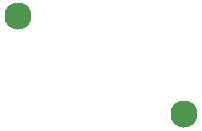
<source format=gbs>
G04 #@! TF.GenerationSoftware,KiCad,Pcbnew,8.0.8+1*
G04 #@! TF.CreationDate,2025-03-02T13:34:40+00:00*
G04 #@! TF.ProjectId,controller_overlay,636f6e74-726f-46c6-9c65-725f6f766572,0.2*
G04 #@! TF.SameCoordinates,Original*
G04 #@! TF.FileFunction,Soldermask,Bot*
G04 #@! TF.FilePolarity,Negative*
%FSLAX46Y46*%
G04 Gerber Fmt 4.6, Leading zero omitted, Abs format (unit mm)*
G04 Created by KiCad (PCBNEW 8.0.8+1) date 2025-03-02 13:34:40*
%MOMM*%
%LPD*%
G01*
G04 APERTURE LIST*
%ADD10C,2.300000*%
G04 APERTURE END LIST*
D10*
X204927000Y-100463500D03*
X218969000Y-108757500D03*
M02*

</source>
